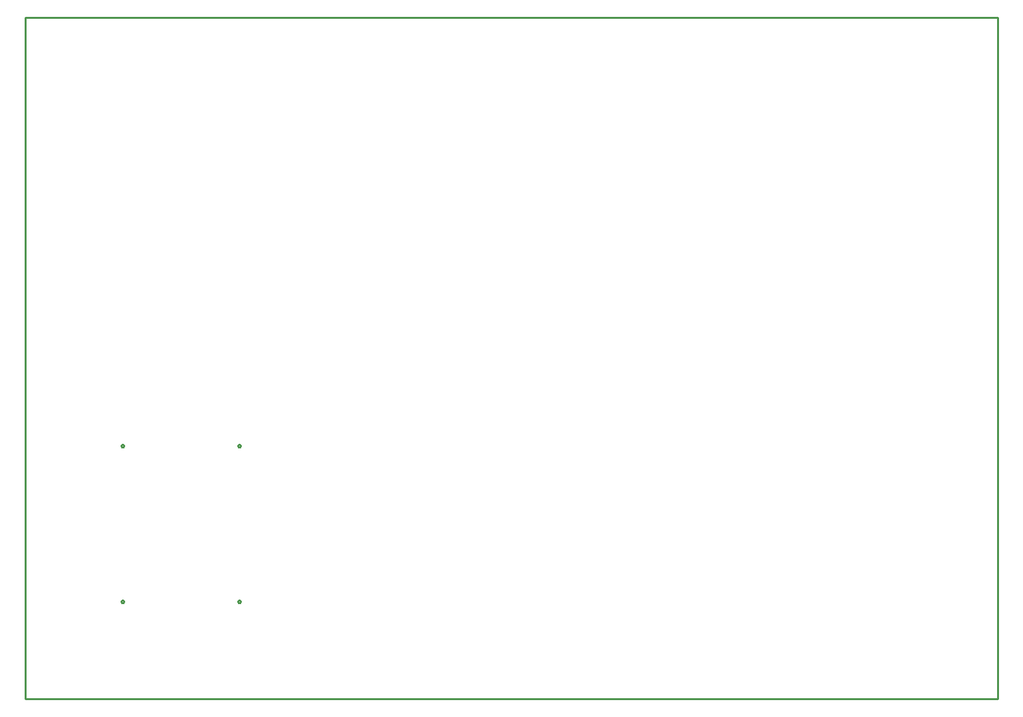
<source format=gbr>
G04 EAGLE Gerber RS-274X export*
G75*
%MOMM*%
%FSLAX34Y34*%
%LPD*%
%IN*%
%IPPOS*%
%AMOC8*
5,1,8,0,0,1.08239X$1,22.5*%
G01*
%ADD10C,0.254000*%


D10*
X0Y0D02*
X1270000Y0D01*
X1270000Y889000D01*
X0Y889000D01*
X0Y0D01*
X128750Y127172D02*
X128683Y127510D01*
X128551Y127829D01*
X128359Y128116D01*
X128116Y128359D01*
X127829Y128551D01*
X127510Y128683D01*
X127172Y128750D01*
X126828Y128750D01*
X126490Y128683D01*
X126171Y128551D01*
X125884Y128359D01*
X125641Y128116D01*
X125449Y127829D01*
X125317Y127510D01*
X125250Y127172D01*
X125250Y126828D01*
X125317Y126490D01*
X125449Y126171D01*
X125641Y125884D01*
X125884Y125641D01*
X126171Y125449D01*
X126490Y125317D01*
X126828Y125250D01*
X127172Y125250D01*
X127510Y125317D01*
X127829Y125449D01*
X128116Y125641D01*
X128359Y125884D01*
X128551Y126171D01*
X128683Y126490D01*
X128750Y126828D01*
X128750Y127172D01*
X281150Y127172D02*
X281083Y127510D01*
X280951Y127829D01*
X280759Y128116D01*
X280516Y128359D01*
X280229Y128551D01*
X279910Y128683D01*
X279572Y128750D01*
X279228Y128750D01*
X278890Y128683D01*
X278571Y128551D01*
X278284Y128359D01*
X278041Y128116D01*
X277849Y127829D01*
X277717Y127510D01*
X277650Y127172D01*
X277650Y126828D01*
X277717Y126490D01*
X277849Y126171D01*
X278041Y125884D01*
X278284Y125641D01*
X278571Y125449D01*
X278890Y125317D01*
X279228Y125250D01*
X279572Y125250D01*
X279910Y125317D01*
X280229Y125449D01*
X280516Y125641D01*
X280759Y125884D01*
X280951Y126171D01*
X281083Y126490D01*
X281150Y126828D01*
X281150Y127172D01*
X281150Y330372D02*
X281083Y330710D01*
X280951Y331029D01*
X280759Y331316D01*
X280516Y331559D01*
X280229Y331751D01*
X279910Y331883D01*
X279572Y331950D01*
X279228Y331950D01*
X278890Y331883D01*
X278571Y331751D01*
X278284Y331559D01*
X278041Y331316D01*
X277849Y331029D01*
X277717Y330710D01*
X277650Y330372D01*
X277650Y330028D01*
X277717Y329690D01*
X277849Y329371D01*
X278041Y329084D01*
X278284Y328841D01*
X278571Y328649D01*
X278890Y328517D01*
X279228Y328450D01*
X279572Y328450D01*
X279910Y328517D01*
X280229Y328649D01*
X280516Y328841D01*
X280759Y329084D01*
X280951Y329371D01*
X281083Y329690D01*
X281150Y330028D01*
X281150Y330372D01*
X128750Y330372D02*
X128683Y330710D01*
X128551Y331029D01*
X128359Y331316D01*
X128116Y331559D01*
X127829Y331751D01*
X127510Y331883D01*
X127172Y331950D01*
X126828Y331950D01*
X126490Y331883D01*
X126171Y331751D01*
X125884Y331559D01*
X125641Y331316D01*
X125449Y331029D01*
X125317Y330710D01*
X125250Y330372D01*
X125250Y330028D01*
X125317Y329690D01*
X125449Y329371D01*
X125641Y329084D01*
X125884Y328841D01*
X126171Y328649D01*
X126490Y328517D01*
X126828Y328450D01*
X127172Y328450D01*
X127510Y328517D01*
X127829Y328649D01*
X128116Y328841D01*
X128359Y329084D01*
X128551Y329371D01*
X128683Y329690D01*
X128750Y330028D01*
X128750Y330372D01*
M02*

</source>
